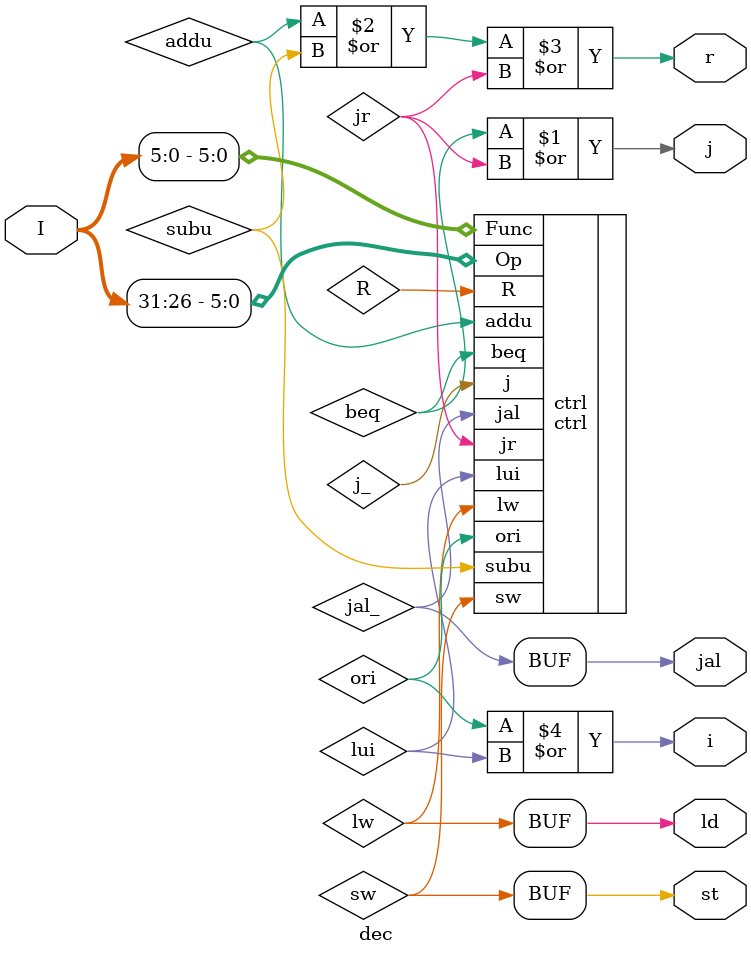
<source format=v>
`timescale 1ns / 1ps
module dec(
	input [31:0] I,
	output j, //ËùÓÐÌø×ªÖ¸Áî
	output r, //cal_r
	output i, //cal_i
	output ld, //load
	output st, //store
	output jal // jal jalr
    );
	
	ctrl ctrl(
		.Op(I[31:26]),
		.Func(I[5:0]),
		.R(R),
		.addu(addu),
		.subu(subu),
		.ori(ori),
		.lw(lw),
		.sw(sw),
		.beq(beq),
		.lui(lui),
		.j(j_),
		.jal(jal_),
		.jr(jr)
	);
	
	assign j = 
		beq |
		jr;
	
	assign r = 
		addu |
		subu |
		jr;
	
	assign i =
		ori |
		lui;
		
	assign ld = lw;
	
	assign st = sw;
	
	assign jal = jal_;


endmodule

</source>
